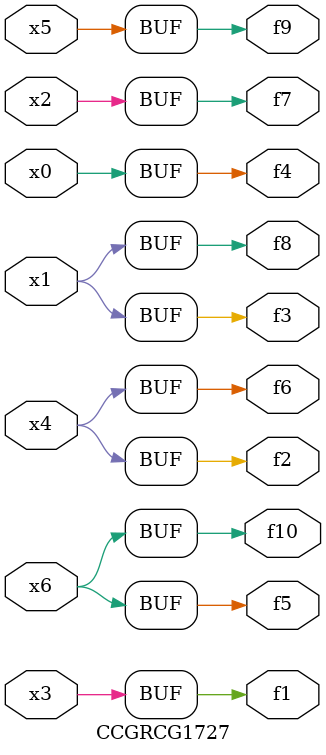
<source format=v>
module CCGRCG1727(
	input x0, x1, x2, x3, x4, x5, x6,
	output f1, f2, f3, f4, f5, f6, f7, f8, f9, f10
);
	assign f1 = x3;
	assign f2 = x4;
	assign f3 = x1;
	assign f4 = x0;
	assign f5 = x6;
	assign f6 = x4;
	assign f7 = x2;
	assign f8 = x1;
	assign f9 = x5;
	assign f10 = x6;
endmodule

</source>
